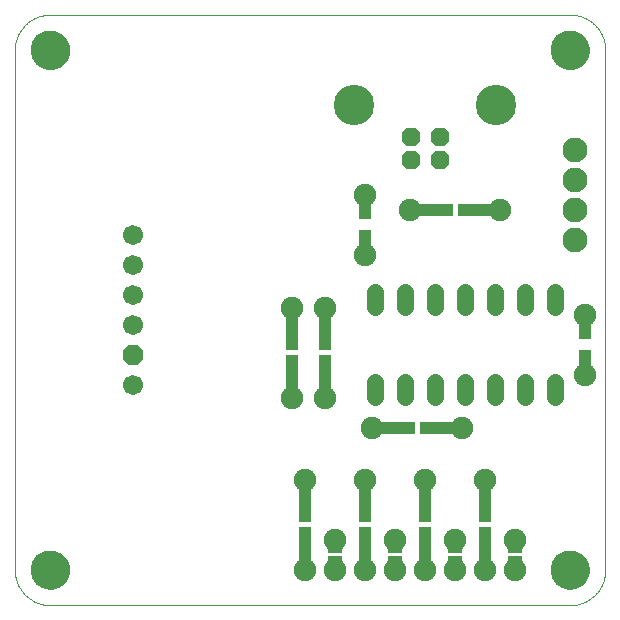
<source format=gts>
G75*
%MOIN*%
%OFA0B0*%
%FSLAX25Y25*%
%IPPOS*%
%LPD*%
%AMOC8*
5,1,8,0,0,1.08239X$1,22.5*
%
%ADD10C,0.00000*%
%ADD11C,0.12998*%
%ADD12R,0.04337X0.10636*%
%ADD13C,0.07487*%
%ADD14C,0.05600*%
%ADD15R,0.12998X0.04337*%
%ADD16OC8,0.06140*%
%ADD17C,0.13455*%
%ADD18R,0.04337X0.12998*%
%ADD19R,0.05124X0.03550*%
%ADD20C,0.08274*%
%ADD21C,0.06699*%
%ADD22OC8,0.06699*%
D10*
X0005724Y0017535D02*
X0005724Y0190764D01*
X0011236Y0190764D02*
X0011238Y0190922D01*
X0011244Y0191080D01*
X0011254Y0191238D01*
X0011268Y0191396D01*
X0011286Y0191553D01*
X0011307Y0191710D01*
X0011333Y0191866D01*
X0011363Y0192022D01*
X0011396Y0192177D01*
X0011434Y0192330D01*
X0011475Y0192483D01*
X0011520Y0192635D01*
X0011569Y0192786D01*
X0011622Y0192935D01*
X0011678Y0193083D01*
X0011738Y0193229D01*
X0011802Y0193374D01*
X0011870Y0193517D01*
X0011941Y0193659D01*
X0012015Y0193799D01*
X0012093Y0193936D01*
X0012175Y0194072D01*
X0012259Y0194206D01*
X0012348Y0194337D01*
X0012439Y0194466D01*
X0012534Y0194593D01*
X0012631Y0194718D01*
X0012732Y0194840D01*
X0012836Y0194959D01*
X0012943Y0195076D01*
X0013053Y0195190D01*
X0013166Y0195301D01*
X0013281Y0195410D01*
X0013399Y0195515D01*
X0013520Y0195617D01*
X0013643Y0195717D01*
X0013769Y0195813D01*
X0013897Y0195906D01*
X0014027Y0195996D01*
X0014160Y0196082D01*
X0014295Y0196166D01*
X0014431Y0196245D01*
X0014570Y0196322D01*
X0014711Y0196394D01*
X0014853Y0196464D01*
X0014997Y0196529D01*
X0015143Y0196591D01*
X0015290Y0196649D01*
X0015439Y0196704D01*
X0015589Y0196755D01*
X0015740Y0196802D01*
X0015892Y0196845D01*
X0016045Y0196884D01*
X0016200Y0196920D01*
X0016355Y0196951D01*
X0016511Y0196979D01*
X0016667Y0197003D01*
X0016824Y0197023D01*
X0016982Y0197039D01*
X0017139Y0197051D01*
X0017298Y0197059D01*
X0017456Y0197063D01*
X0017614Y0197063D01*
X0017772Y0197059D01*
X0017931Y0197051D01*
X0018088Y0197039D01*
X0018246Y0197023D01*
X0018403Y0197003D01*
X0018559Y0196979D01*
X0018715Y0196951D01*
X0018870Y0196920D01*
X0019025Y0196884D01*
X0019178Y0196845D01*
X0019330Y0196802D01*
X0019481Y0196755D01*
X0019631Y0196704D01*
X0019780Y0196649D01*
X0019927Y0196591D01*
X0020073Y0196529D01*
X0020217Y0196464D01*
X0020359Y0196394D01*
X0020500Y0196322D01*
X0020639Y0196245D01*
X0020775Y0196166D01*
X0020910Y0196082D01*
X0021043Y0195996D01*
X0021173Y0195906D01*
X0021301Y0195813D01*
X0021427Y0195717D01*
X0021550Y0195617D01*
X0021671Y0195515D01*
X0021789Y0195410D01*
X0021904Y0195301D01*
X0022017Y0195190D01*
X0022127Y0195076D01*
X0022234Y0194959D01*
X0022338Y0194840D01*
X0022439Y0194718D01*
X0022536Y0194593D01*
X0022631Y0194466D01*
X0022722Y0194337D01*
X0022811Y0194206D01*
X0022895Y0194072D01*
X0022977Y0193936D01*
X0023055Y0193799D01*
X0023129Y0193659D01*
X0023200Y0193517D01*
X0023268Y0193374D01*
X0023332Y0193229D01*
X0023392Y0193083D01*
X0023448Y0192935D01*
X0023501Y0192786D01*
X0023550Y0192635D01*
X0023595Y0192483D01*
X0023636Y0192330D01*
X0023674Y0192177D01*
X0023707Y0192022D01*
X0023737Y0191866D01*
X0023763Y0191710D01*
X0023784Y0191553D01*
X0023802Y0191396D01*
X0023816Y0191238D01*
X0023826Y0191080D01*
X0023832Y0190922D01*
X0023834Y0190764D01*
X0023832Y0190606D01*
X0023826Y0190448D01*
X0023816Y0190290D01*
X0023802Y0190132D01*
X0023784Y0189975D01*
X0023763Y0189818D01*
X0023737Y0189662D01*
X0023707Y0189506D01*
X0023674Y0189351D01*
X0023636Y0189198D01*
X0023595Y0189045D01*
X0023550Y0188893D01*
X0023501Y0188742D01*
X0023448Y0188593D01*
X0023392Y0188445D01*
X0023332Y0188299D01*
X0023268Y0188154D01*
X0023200Y0188011D01*
X0023129Y0187869D01*
X0023055Y0187729D01*
X0022977Y0187592D01*
X0022895Y0187456D01*
X0022811Y0187322D01*
X0022722Y0187191D01*
X0022631Y0187062D01*
X0022536Y0186935D01*
X0022439Y0186810D01*
X0022338Y0186688D01*
X0022234Y0186569D01*
X0022127Y0186452D01*
X0022017Y0186338D01*
X0021904Y0186227D01*
X0021789Y0186118D01*
X0021671Y0186013D01*
X0021550Y0185911D01*
X0021427Y0185811D01*
X0021301Y0185715D01*
X0021173Y0185622D01*
X0021043Y0185532D01*
X0020910Y0185446D01*
X0020775Y0185362D01*
X0020639Y0185283D01*
X0020500Y0185206D01*
X0020359Y0185134D01*
X0020217Y0185064D01*
X0020073Y0184999D01*
X0019927Y0184937D01*
X0019780Y0184879D01*
X0019631Y0184824D01*
X0019481Y0184773D01*
X0019330Y0184726D01*
X0019178Y0184683D01*
X0019025Y0184644D01*
X0018870Y0184608D01*
X0018715Y0184577D01*
X0018559Y0184549D01*
X0018403Y0184525D01*
X0018246Y0184505D01*
X0018088Y0184489D01*
X0017931Y0184477D01*
X0017772Y0184469D01*
X0017614Y0184465D01*
X0017456Y0184465D01*
X0017298Y0184469D01*
X0017139Y0184477D01*
X0016982Y0184489D01*
X0016824Y0184505D01*
X0016667Y0184525D01*
X0016511Y0184549D01*
X0016355Y0184577D01*
X0016200Y0184608D01*
X0016045Y0184644D01*
X0015892Y0184683D01*
X0015740Y0184726D01*
X0015589Y0184773D01*
X0015439Y0184824D01*
X0015290Y0184879D01*
X0015143Y0184937D01*
X0014997Y0184999D01*
X0014853Y0185064D01*
X0014711Y0185134D01*
X0014570Y0185206D01*
X0014431Y0185283D01*
X0014295Y0185362D01*
X0014160Y0185446D01*
X0014027Y0185532D01*
X0013897Y0185622D01*
X0013769Y0185715D01*
X0013643Y0185811D01*
X0013520Y0185911D01*
X0013399Y0186013D01*
X0013281Y0186118D01*
X0013166Y0186227D01*
X0013053Y0186338D01*
X0012943Y0186452D01*
X0012836Y0186569D01*
X0012732Y0186688D01*
X0012631Y0186810D01*
X0012534Y0186935D01*
X0012439Y0187062D01*
X0012348Y0187191D01*
X0012259Y0187322D01*
X0012175Y0187456D01*
X0012093Y0187592D01*
X0012015Y0187729D01*
X0011941Y0187869D01*
X0011870Y0188011D01*
X0011802Y0188154D01*
X0011738Y0188299D01*
X0011678Y0188445D01*
X0011622Y0188593D01*
X0011569Y0188742D01*
X0011520Y0188893D01*
X0011475Y0189045D01*
X0011434Y0189198D01*
X0011396Y0189351D01*
X0011363Y0189506D01*
X0011333Y0189662D01*
X0011307Y0189818D01*
X0011286Y0189975D01*
X0011268Y0190132D01*
X0011254Y0190290D01*
X0011244Y0190448D01*
X0011238Y0190606D01*
X0011236Y0190764D01*
X0005724Y0190764D02*
X0005727Y0191049D01*
X0005738Y0191335D01*
X0005755Y0191620D01*
X0005779Y0191904D01*
X0005810Y0192188D01*
X0005848Y0192471D01*
X0005893Y0192752D01*
X0005944Y0193033D01*
X0006002Y0193313D01*
X0006067Y0193591D01*
X0006139Y0193867D01*
X0006217Y0194141D01*
X0006302Y0194414D01*
X0006394Y0194684D01*
X0006492Y0194952D01*
X0006596Y0195218D01*
X0006707Y0195481D01*
X0006824Y0195741D01*
X0006947Y0195999D01*
X0007077Y0196253D01*
X0007213Y0196504D01*
X0007354Y0196752D01*
X0007502Y0196996D01*
X0007655Y0197237D01*
X0007815Y0197473D01*
X0007980Y0197706D01*
X0008150Y0197935D01*
X0008326Y0198160D01*
X0008508Y0198380D01*
X0008694Y0198596D01*
X0008886Y0198807D01*
X0009083Y0199014D01*
X0009285Y0199216D01*
X0009492Y0199413D01*
X0009703Y0199605D01*
X0009919Y0199791D01*
X0010139Y0199973D01*
X0010364Y0200149D01*
X0010593Y0200319D01*
X0010826Y0200484D01*
X0011062Y0200644D01*
X0011303Y0200797D01*
X0011547Y0200945D01*
X0011795Y0201086D01*
X0012046Y0201222D01*
X0012300Y0201352D01*
X0012558Y0201475D01*
X0012818Y0201592D01*
X0013081Y0201703D01*
X0013347Y0201807D01*
X0013615Y0201905D01*
X0013885Y0201997D01*
X0014158Y0202082D01*
X0014432Y0202160D01*
X0014708Y0202232D01*
X0014986Y0202297D01*
X0015266Y0202355D01*
X0015547Y0202406D01*
X0015828Y0202451D01*
X0016111Y0202489D01*
X0016395Y0202520D01*
X0016679Y0202544D01*
X0016964Y0202561D01*
X0017250Y0202572D01*
X0017535Y0202575D01*
X0190764Y0202575D01*
X0184465Y0190764D02*
X0184467Y0190922D01*
X0184473Y0191080D01*
X0184483Y0191238D01*
X0184497Y0191396D01*
X0184515Y0191553D01*
X0184536Y0191710D01*
X0184562Y0191866D01*
X0184592Y0192022D01*
X0184625Y0192177D01*
X0184663Y0192330D01*
X0184704Y0192483D01*
X0184749Y0192635D01*
X0184798Y0192786D01*
X0184851Y0192935D01*
X0184907Y0193083D01*
X0184967Y0193229D01*
X0185031Y0193374D01*
X0185099Y0193517D01*
X0185170Y0193659D01*
X0185244Y0193799D01*
X0185322Y0193936D01*
X0185404Y0194072D01*
X0185488Y0194206D01*
X0185577Y0194337D01*
X0185668Y0194466D01*
X0185763Y0194593D01*
X0185860Y0194718D01*
X0185961Y0194840D01*
X0186065Y0194959D01*
X0186172Y0195076D01*
X0186282Y0195190D01*
X0186395Y0195301D01*
X0186510Y0195410D01*
X0186628Y0195515D01*
X0186749Y0195617D01*
X0186872Y0195717D01*
X0186998Y0195813D01*
X0187126Y0195906D01*
X0187256Y0195996D01*
X0187389Y0196082D01*
X0187524Y0196166D01*
X0187660Y0196245D01*
X0187799Y0196322D01*
X0187940Y0196394D01*
X0188082Y0196464D01*
X0188226Y0196529D01*
X0188372Y0196591D01*
X0188519Y0196649D01*
X0188668Y0196704D01*
X0188818Y0196755D01*
X0188969Y0196802D01*
X0189121Y0196845D01*
X0189274Y0196884D01*
X0189429Y0196920D01*
X0189584Y0196951D01*
X0189740Y0196979D01*
X0189896Y0197003D01*
X0190053Y0197023D01*
X0190211Y0197039D01*
X0190368Y0197051D01*
X0190527Y0197059D01*
X0190685Y0197063D01*
X0190843Y0197063D01*
X0191001Y0197059D01*
X0191160Y0197051D01*
X0191317Y0197039D01*
X0191475Y0197023D01*
X0191632Y0197003D01*
X0191788Y0196979D01*
X0191944Y0196951D01*
X0192099Y0196920D01*
X0192254Y0196884D01*
X0192407Y0196845D01*
X0192559Y0196802D01*
X0192710Y0196755D01*
X0192860Y0196704D01*
X0193009Y0196649D01*
X0193156Y0196591D01*
X0193302Y0196529D01*
X0193446Y0196464D01*
X0193588Y0196394D01*
X0193729Y0196322D01*
X0193868Y0196245D01*
X0194004Y0196166D01*
X0194139Y0196082D01*
X0194272Y0195996D01*
X0194402Y0195906D01*
X0194530Y0195813D01*
X0194656Y0195717D01*
X0194779Y0195617D01*
X0194900Y0195515D01*
X0195018Y0195410D01*
X0195133Y0195301D01*
X0195246Y0195190D01*
X0195356Y0195076D01*
X0195463Y0194959D01*
X0195567Y0194840D01*
X0195668Y0194718D01*
X0195765Y0194593D01*
X0195860Y0194466D01*
X0195951Y0194337D01*
X0196040Y0194206D01*
X0196124Y0194072D01*
X0196206Y0193936D01*
X0196284Y0193799D01*
X0196358Y0193659D01*
X0196429Y0193517D01*
X0196497Y0193374D01*
X0196561Y0193229D01*
X0196621Y0193083D01*
X0196677Y0192935D01*
X0196730Y0192786D01*
X0196779Y0192635D01*
X0196824Y0192483D01*
X0196865Y0192330D01*
X0196903Y0192177D01*
X0196936Y0192022D01*
X0196966Y0191866D01*
X0196992Y0191710D01*
X0197013Y0191553D01*
X0197031Y0191396D01*
X0197045Y0191238D01*
X0197055Y0191080D01*
X0197061Y0190922D01*
X0197063Y0190764D01*
X0197061Y0190606D01*
X0197055Y0190448D01*
X0197045Y0190290D01*
X0197031Y0190132D01*
X0197013Y0189975D01*
X0196992Y0189818D01*
X0196966Y0189662D01*
X0196936Y0189506D01*
X0196903Y0189351D01*
X0196865Y0189198D01*
X0196824Y0189045D01*
X0196779Y0188893D01*
X0196730Y0188742D01*
X0196677Y0188593D01*
X0196621Y0188445D01*
X0196561Y0188299D01*
X0196497Y0188154D01*
X0196429Y0188011D01*
X0196358Y0187869D01*
X0196284Y0187729D01*
X0196206Y0187592D01*
X0196124Y0187456D01*
X0196040Y0187322D01*
X0195951Y0187191D01*
X0195860Y0187062D01*
X0195765Y0186935D01*
X0195668Y0186810D01*
X0195567Y0186688D01*
X0195463Y0186569D01*
X0195356Y0186452D01*
X0195246Y0186338D01*
X0195133Y0186227D01*
X0195018Y0186118D01*
X0194900Y0186013D01*
X0194779Y0185911D01*
X0194656Y0185811D01*
X0194530Y0185715D01*
X0194402Y0185622D01*
X0194272Y0185532D01*
X0194139Y0185446D01*
X0194004Y0185362D01*
X0193868Y0185283D01*
X0193729Y0185206D01*
X0193588Y0185134D01*
X0193446Y0185064D01*
X0193302Y0184999D01*
X0193156Y0184937D01*
X0193009Y0184879D01*
X0192860Y0184824D01*
X0192710Y0184773D01*
X0192559Y0184726D01*
X0192407Y0184683D01*
X0192254Y0184644D01*
X0192099Y0184608D01*
X0191944Y0184577D01*
X0191788Y0184549D01*
X0191632Y0184525D01*
X0191475Y0184505D01*
X0191317Y0184489D01*
X0191160Y0184477D01*
X0191001Y0184469D01*
X0190843Y0184465D01*
X0190685Y0184465D01*
X0190527Y0184469D01*
X0190368Y0184477D01*
X0190211Y0184489D01*
X0190053Y0184505D01*
X0189896Y0184525D01*
X0189740Y0184549D01*
X0189584Y0184577D01*
X0189429Y0184608D01*
X0189274Y0184644D01*
X0189121Y0184683D01*
X0188969Y0184726D01*
X0188818Y0184773D01*
X0188668Y0184824D01*
X0188519Y0184879D01*
X0188372Y0184937D01*
X0188226Y0184999D01*
X0188082Y0185064D01*
X0187940Y0185134D01*
X0187799Y0185206D01*
X0187660Y0185283D01*
X0187524Y0185362D01*
X0187389Y0185446D01*
X0187256Y0185532D01*
X0187126Y0185622D01*
X0186998Y0185715D01*
X0186872Y0185811D01*
X0186749Y0185911D01*
X0186628Y0186013D01*
X0186510Y0186118D01*
X0186395Y0186227D01*
X0186282Y0186338D01*
X0186172Y0186452D01*
X0186065Y0186569D01*
X0185961Y0186688D01*
X0185860Y0186810D01*
X0185763Y0186935D01*
X0185668Y0187062D01*
X0185577Y0187191D01*
X0185488Y0187322D01*
X0185404Y0187456D01*
X0185322Y0187592D01*
X0185244Y0187729D01*
X0185170Y0187869D01*
X0185099Y0188011D01*
X0185031Y0188154D01*
X0184967Y0188299D01*
X0184907Y0188445D01*
X0184851Y0188593D01*
X0184798Y0188742D01*
X0184749Y0188893D01*
X0184704Y0189045D01*
X0184663Y0189198D01*
X0184625Y0189351D01*
X0184592Y0189506D01*
X0184562Y0189662D01*
X0184536Y0189818D01*
X0184515Y0189975D01*
X0184497Y0190132D01*
X0184483Y0190290D01*
X0184473Y0190448D01*
X0184467Y0190606D01*
X0184465Y0190764D01*
X0190764Y0202575D02*
X0191049Y0202572D01*
X0191335Y0202561D01*
X0191620Y0202544D01*
X0191904Y0202520D01*
X0192188Y0202489D01*
X0192471Y0202451D01*
X0192752Y0202406D01*
X0193033Y0202355D01*
X0193313Y0202297D01*
X0193591Y0202232D01*
X0193867Y0202160D01*
X0194141Y0202082D01*
X0194414Y0201997D01*
X0194684Y0201905D01*
X0194952Y0201807D01*
X0195218Y0201703D01*
X0195481Y0201592D01*
X0195741Y0201475D01*
X0195999Y0201352D01*
X0196253Y0201222D01*
X0196504Y0201086D01*
X0196752Y0200945D01*
X0196996Y0200797D01*
X0197237Y0200644D01*
X0197473Y0200484D01*
X0197706Y0200319D01*
X0197935Y0200149D01*
X0198160Y0199973D01*
X0198380Y0199791D01*
X0198596Y0199605D01*
X0198807Y0199413D01*
X0199014Y0199216D01*
X0199216Y0199014D01*
X0199413Y0198807D01*
X0199605Y0198596D01*
X0199791Y0198380D01*
X0199973Y0198160D01*
X0200149Y0197935D01*
X0200319Y0197706D01*
X0200484Y0197473D01*
X0200644Y0197237D01*
X0200797Y0196996D01*
X0200945Y0196752D01*
X0201086Y0196504D01*
X0201222Y0196253D01*
X0201352Y0195999D01*
X0201475Y0195741D01*
X0201592Y0195481D01*
X0201703Y0195218D01*
X0201807Y0194952D01*
X0201905Y0194684D01*
X0201997Y0194414D01*
X0202082Y0194141D01*
X0202160Y0193867D01*
X0202232Y0193591D01*
X0202297Y0193313D01*
X0202355Y0193033D01*
X0202406Y0192752D01*
X0202451Y0192471D01*
X0202489Y0192188D01*
X0202520Y0191904D01*
X0202544Y0191620D01*
X0202561Y0191335D01*
X0202572Y0191049D01*
X0202575Y0190764D01*
X0202575Y0017535D01*
X0184465Y0017535D02*
X0184467Y0017693D01*
X0184473Y0017851D01*
X0184483Y0018009D01*
X0184497Y0018167D01*
X0184515Y0018324D01*
X0184536Y0018481D01*
X0184562Y0018637D01*
X0184592Y0018793D01*
X0184625Y0018948D01*
X0184663Y0019101D01*
X0184704Y0019254D01*
X0184749Y0019406D01*
X0184798Y0019557D01*
X0184851Y0019706D01*
X0184907Y0019854D01*
X0184967Y0020000D01*
X0185031Y0020145D01*
X0185099Y0020288D01*
X0185170Y0020430D01*
X0185244Y0020570D01*
X0185322Y0020707D01*
X0185404Y0020843D01*
X0185488Y0020977D01*
X0185577Y0021108D01*
X0185668Y0021237D01*
X0185763Y0021364D01*
X0185860Y0021489D01*
X0185961Y0021611D01*
X0186065Y0021730D01*
X0186172Y0021847D01*
X0186282Y0021961D01*
X0186395Y0022072D01*
X0186510Y0022181D01*
X0186628Y0022286D01*
X0186749Y0022388D01*
X0186872Y0022488D01*
X0186998Y0022584D01*
X0187126Y0022677D01*
X0187256Y0022767D01*
X0187389Y0022853D01*
X0187524Y0022937D01*
X0187660Y0023016D01*
X0187799Y0023093D01*
X0187940Y0023165D01*
X0188082Y0023235D01*
X0188226Y0023300D01*
X0188372Y0023362D01*
X0188519Y0023420D01*
X0188668Y0023475D01*
X0188818Y0023526D01*
X0188969Y0023573D01*
X0189121Y0023616D01*
X0189274Y0023655D01*
X0189429Y0023691D01*
X0189584Y0023722D01*
X0189740Y0023750D01*
X0189896Y0023774D01*
X0190053Y0023794D01*
X0190211Y0023810D01*
X0190368Y0023822D01*
X0190527Y0023830D01*
X0190685Y0023834D01*
X0190843Y0023834D01*
X0191001Y0023830D01*
X0191160Y0023822D01*
X0191317Y0023810D01*
X0191475Y0023794D01*
X0191632Y0023774D01*
X0191788Y0023750D01*
X0191944Y0023722D01*
X0192099Y0023691D01*
X0192254Y0023655D01*
X0192407Y0023616D01*
X0192559Y0023573D01*
X0192710Y0023526D01*
X0192860Y0023475D01*
X0193009Y0023420D01*
X0193156Y0023362D01*
X0193302Y0023300D01*
X0193446Y0023235D01*
X0193588Y0023165D01*
X0193729Y0023093D01*
X0193868Y0023016D01*
X0194004Y0022937D01*
X0194139Y0022853D01*
X0194272Y0022767D01*
X0194402Y0022677D01*
X0194530Y0022584D01*
X0194656Y0022488D01*
X0194779Y0022388D01*
X0194900Y0022286D01*
X0195018Y0022181D01*
X0195133Y0022072D01*
X0195246Y0021961D01*
X0195356Y0021847D01*
X0195463Y0021730D01*
X0195567Y0021611D01*
X0195668Y0021489D01*
X0195765Y0021364D01*
X0195860Y0021237D01*
X0195951Y0021108D01*
X0196040Y0020977D01*
X0196124Y0020843D01*
X0196206Y0020707D01*
X0196284Y0020570D01*
X0196358Y0020430D01*
X0196429Y0020288D01*
X0196497Y0020145D01*
X0196561Y0020000D01*
X0196621Y0019854D01*
X0196677Y0019706D01*
X0196730Y0019557D01*
X0196779Y0019406D01*
X0196824Y0019254D01*
X0196865Y0019101D01*
X0196903Y0018948D01*
X0196936Y0018793D01*
X0196966Y0018637D01*
X0196992Y0018481D01*
X0197013Y0018324D01*
X0197031Y0018167D01*
X0197045Y0018009D01*
X0197055Y0017851D01*
X0197061Y0017693D01*
X0197063Y0017535D01*
X0197061Y0017377D01*
X0197055Y0017219D01*
X0197045Y0017061D01*
X0197031Y0016903D01*
X0197013Y0016746D01*
X0196992Y0016589D01*
X0196966Y0016433D01*
X0196936Y0016277D01*
X0196903Y0016122D01*
X0196865Y0015969D01*
X0196824Y0015816D01*
X0196779Y0015664D01*
X0196730Y0015513D01*
X0196677Y0015364D01*
X0196621Y0015216D01*
X0196561Y0015070D01*
X0196497Y0014925D01*
X0196429Y0014782D01*
X0196358Y0014640D01*
X0196284Y0014500D01*
X0196206Y0014363D01*
X0196124Y0014227D01*
X0196040Y0014093D01*
X0195951Y0013962D01*
X0195860Y0013833D01*
X0195765Y0013706D01*
X0195668Y0013581D01*
X0195567Y0013459D01*
X0195463Y0013340D01*
X0195356Y0013223D01*
X0195246Y0013109D01*
X0195133Y0012998D01*
X0195018Y0012889D01*
X0194900Y0012784D01*
X0194779Y0012682D01*
X0194656Y0012582D01*
X0194530Y0012486D01*
X0194402Y0012393D01*
X0194272Y0012303D01*
X0194139Y0012217D01*
X0194004Y0012133D01*
X0193868Y0012054D01*
X0193729Y0011977D01*
X0193588Y0011905D01*
X0193446Y0011835D01*
X0193302Y0011770D01*
X0193156Y0011708D01*
X0193009Y0011650D01*
X0192860Y0011595D01*
X0192710Y0011544D01*
X0192559Y0011497D01*
X0192407Y0011454D01*
X0192254Y0011415D01*
X0192099Y0011379D01*
X0191944Y0011348D01*
X0191788Y0011320D01*
X0191632Y0011296D01*
X0191475Y0011276D01*
X0191317Y0011260D01*
X0191160Y0011248D01*
X0191001Y0011240D01*
X0190843Y0011236D01*
X0190685Y0011236D01*
X0190527Y0011240D01*
X0190368Y0011248D01*
X0190211Y0011260D01*
X0190053Y0011276D01*
X0189896Y0011296D01*
X0189740Y0011320D01*
X0189584Y0011348D01*
X0189429Y0011379D01*
X0189274Y0011415D01*
X0189121Y0011454D01*
X0188969Y0011497D01*
X0188818Y0011544D01*
X0188668Y0011595D01*
X0188519Y0011650D01*
X0188372Y0011708D01*
X0188226Y0011770D01*
X0188082Y0011835D01*
X0187940Y0011905D01*
X0187799Y0011977D01*
X0187660Y0012054D01*
X0187524Y0012133D01*
X0187389Y0012217D01*
X0187256Y0012303D01*
X0187126Y0012393D01*
X0186998Y0012486D01*
X0186872Y0012582D01*
X0186749Y0012682D01*
X0186628Y0012784D01*
X0186510Y0012889D01*
X0186395Y0012998D01*
X0186282Y0013109D01*
X0186172Y0013223D01*
X0186065Y0013340D01*
X0185961Y0013459D01*
X0185860Y0013581D01*
X0185763Y0013706D01*
X0185668Y0013833D01*
X0185577Y0013962D01*
X0185488Y0014093D01*
X0185404Y0014227D01*
X0185322Y0014363D01*
X0185244Y0014500D01*
X0185170Y0014640D01*
X0185099Y0014782D01*
X0185031Y0014925D01*
X0184967Y0015070D01*
X0184907Y0015216D01*
X0184851Y0015364D01*
X0184798Y0015513D01*
X0184749Y0015664D01*
X0184704Y0015816D01*
X0184663Y0015969D01*
X0184625Y0016122D01*
X0184592Y0016277D01*
X0184562Y0016433D01*
X0184536Y0016589D01*
X0184515Y0016746D01*
X0184497Y0016903D01*
X0184483Y0017061D01*
X0184473Y0017219D01*
X0184467Y0017377D01*
X0184465Y0017535D01*
X0190764Y0005724D02*
X0191049Y0005727D01*
X0191335Y0005738D01*
X0191620Y0005755D01*
X0191904Y0005779D01*
X0192188Y0005810D01*
X0192471Y0005848D01*
X0192752Y0005893D01*
X0193033Y0005944D01*
X0193313Y0006002D01*
X0193591Y0006067D01*
X0193867Y0006139D01*
X0194141Y0006217D01*
X0194414Y0006302D01*
X0194684Y0006394D01*
X0194952Y0006492D01*
X0195218Y0006596D01*
X0195481Y0006707D01*
X0195741Y0006824D01*
X0195999Y0006947D01*
X0196253Y0007077D01*
X0196504Y0007213D01*
X0196752Y0007354D01*
X0196996Y0007502D01*
X0197237Y0007655D01*
X0197473Y0007815D01*
X0197706Y0007980D01*
X0197935Y0008150D01*
X0198160Y0008326D01*
X0198380Y0008508D01*
X0198596Y0008694D01*
X0198807Y0008886D01*
X0199014Y0009083D01*
X0199216Y0009285D01*
X0199413Y0009492D01*
X0199605Y0009703D01*
X0199791Y0009919D01*
X0199973Y0010139D01*
X0200149Y0010364D01*
X0200319Y0010593D01*
X0200484Y0010826D01*
X0200644Y0011062D01*
X0200797Y0011303D01*
X0200945Y0011547D01*
X0201086Y0011795D01*
X0201222Y0012046D01*
X0201352Y0012300D01*
X0201475Y0012558D01*
X0201592Y0012818D01*
X0201703Y0013081D01*
X0201807Y0013347D01*
X0201905Y0013615D01*
X0201997Y0013885D01*
X0202082Y0014158D01*
X0202160Y0014432D01*
X0202232Y0014708D01*
X0202297Y0014986D01*
X0202355Y0015266D01*
X0202406Y0015547D01*
X0202451Y0015828D01*
X0202489Y0016111D01*
X0202520Y0016395D01*
X0202544Y0016679D01*
X0202561Y0016964D01*
X0202572Y0017250D01*
X0202575Y0017535D01*
X0190764Y0005724D02*
X0017535Y0005724D01*
X0011236Y0017535D02*
X0011238Y0017693D01*
X0011244Y0017851D01*
X0011254Y0018009D01*
X0011268Y0018167D01*
X0011286Y0018324D01*
X0011307Y0018481D01*
X0011333Y0018637D01*
X0011363Y0018793D01*
X0011396Y0018948D01*
X0011434Y0019101D01*
X0011475Y0019254D01*
X0011520Y0019406D01*
X0011569Y0019557D01*
X0011622Y0019706D01*
X0011678Y0019854D01*
X0011738Y0020000D01*
X0011802Y0020145D01*
X0011870Y0020288D01*
X0011941Y0020430D01*
X0012015Y0020570D01*
X0012093Y0020707D01*
X0012175Y0020843D01*
X0012259Y0020977D01*
X0012348Y0021108D01*
X0012439Y0021237D01*
X0012534Y0021364D01*
X0012631Y0021489D01*
X0012732Y0021611D01*
X0012836Y0021730D01*
X0012943Y0021847D01*
X0013053Y0021961D01*
X0013166Y0022072D01*
X0013281Y0022181D01*
X0013399Y0022286D01*
X0013520Y0022388D01*
X0013643Y0022488D01*
X0013769Y0022584D01*
X0013897Y0022677D01*
X0014027Y0022767D01*
X0014160Y0022853D01*
X0014295Y0022937D01*
X0014431Y0023016D01*
X0014570Y0023093D01*
X0014711Y0023165D01*
X0014853Y0023235D01*
X0014997Y0023300D01*
X0015143Y0023362D01*
X0015290Y0023420D01*
X0015439Y0023475D01*
X0015589Y0023526D01*
X0015740Y0023573D01*
X0015892Y0023616D01*
X0016045Y0023655D01*
X0016200Y0023691D01*
X0016355Y0023722D01*
X0016511Y0023750D01*
X0016667Y0023774D01*
X0016824Y0023794D01*
X0016982Y0023810D01*
X0017139Y0023822D01*
X0017298Y0023830D01*
X0017456Y0023834D01*
X0017614Y0023834D01*
X0017772Y0023830D01*
X0017931Y0023822D01*
X0018088Y0023810D01*
X0018246Y0023794D01*
X0018403Y0023774D01*
X0018559Y0023750D01*
X0018715Y0023722D01*
X0018870Y0023691D01*
X0019025Y0023655D01*
X0019178Y0023616D01*
X0019330Y0023573D01*
X0019481Y0023526D01*
X0019631Y0023475D01*
X0019780Y0023420D01*
X0019927Y0023362D01*
X0020073Y0023300D01*
X0020217Y0023235D01*
X0020359Y0023165D01*
X0020500Y0023093D01*
X0020639Y0023016D01*
X0020775Y0022937D01*
X0020910Y0022853D01*
X0021043Y0022767D01*
X0021173Y0022677D01*
X0021301Y0022584D01*
X0021427Y0022488D01*
X0021550Y0022388D01*
X0021671Y0022286D01*
X0021789Y0022181D01*
X0021904Y0022072D01*
X0022017Y0021961D01*
X0022127Y0021847D01*
X0022234Y0021730D01*
X0022338Y0021611D01*
X0022439Y0021489D01*
X0022536Y0021364D01*
X0022631Y0021237D01*
X0022722Y0021108D01*
X0022811Y0020977D01*
X0022895Y0020843D01*
X0022977Y0020707D01*
X0023055Y0020570D01*
X0023129Y0020430D01*
X0023200Y0020288D01*
X0023268Y0020145D01*
X0023332Y0020000D01*
X0023392Y0019854D01*
X0023448Y0019706D01*
X0023501Y0019557D01*
X0023550Y0019406D01*
X0023595Y0019254D01*
X0023636Y0019101D01*
X0023674Y0018948D01*
X0023707Y0018793D01*
X0023737Y0018637D01*
X0023763Y0018481D01*
X0023784Y0018324D01*
X0023802Y0018167D01*
X0023816Y0018009D01*
X0023826Y0017851D01*
X0023832Y0017693D01*
X0023834Y0017535D01*
X0023832Y0017377D01*
X0023826Y0017219D01*
X0023816Y0017061D01*
X0023802Y0016903D01*
X0023784Y0016746D01*
X0023763Y0016589D01*
X0023737Y0016433D01*
X0023707Y0016277D01*
X0023674Y0016122D01*
X0023636Y0015969D01*
X0023595Y0015816D01*
X0023550Y0015664D01*
X0023501Y0015513D01*
X0023448Y0015364D01*
X0023392Y0015216D01*
X0023332Y0015070D01*
X0023268Y0014925D01*
X0023200Y0014782D01*
X0023129Y0014640D01*
X0023055Y0014500D01*
X0022977Y0014363D01*
X0022895Y0014227D01*
X0022811Y0014093D01*
X0022722Y0013962D01*
X0022631Y0013833D01*
X0022536Y0013706D01*
X0022439Y0013581D01*
X0022338Y0013459D01*
X0022234Y0013340D01*
X0022127Y0013223D01*
X0022017Y0013109D01*
X0021904Y0012998D01*
X0021789Y0012889D01*
X0021671Y0012784D01*
X0021550Y0012682D01*
X0021427Y0012582D01*
X0021301Y0012486D01*
X0021173Y0012393D01*
X0021043Y0012303D01*
X0020910Y0012217D01*
X0020775Y0012133D01*
X0020639Y0012054D01*
X0020500Y0011977D01*
X0020359Y0011905D01*
X0020217Y0011835D01*
X0020073Y0011770D01*
X0019927Y0011708D01*
X0019780Y0011650D01*
X0019631Y0011595D01*
X0019481Y0011544D01*
X0019330Y0011497D01*
X0019178Y0011454D01*
X0019025Y0011415D01*
X0018870Y0011379D01*
X0018715Y0011348D01*
X0018559Y0011320D01*
X0018403Y0011296D01*
X0018246Y0011276D01*
X0018088Y0011260D01*
X0017931Y0011248D01*
X0017772Y0011240D01*
X0017614Y0011236D01*
X0017456Y0011236D01*
X0017298Y0011240D01*
X0017139Y0011248D01*
X0016982Y0011260D01*
X0016824Y0011276D01*
X0016667Y0011296D01*
X0016511Y0011320D01*
X0016355Y0011348D01*
X0016200Y0011379D01*
X0016045Y0011415D01*
X0015892Y0011454D01*
X0015740Y0011497D01*
X0015589Y0011544D01*
X0015439Y0011595D01*
X0015290Y0011650D01*
X0015143Y0011708D01*
X0014997Y0011770D01*
X0014853Y0011835D01*
X0014711Y0011905D01*
X0014570Y0011977D01*
X0014431Y0012054D01*
X0014295Y0012133D01*
X0014160Y0012217D01*
X0014027Y0012303D01*
X0013897Y0012393D01*
X0013769Y0012486D01*
X0013643Y0012582D01*
X0013520Y0012682D01*
X0013399Y0012784D01*
X0013281Y0012889D01*
X0013166Y0012998D01*
X0013053Y0013109D01*
X0012943Y0013223D01*
X0012836Y0013340D01*
X0012732Y0013459D01*
X0012631Y0013581D01*
X0012534Y0013706D01*
X0012439Y0013833D01*
X0012348Y0013962D01*
X0012259Y0014093D01*
X0012175Y0014227D01*
X0012093Y0014363D01*
X0012015Y0014500D01*
X0011941Y0014640D01*
X0011870Y0014782D01*
X0011802Y0014925D01*
X0011738Y0015070D01*
X0011678Y0015216D01*
X0011622Y0015364D01*
X0011569Y0015513D01*
X0011520Y0015664D01*
X0011475Y0015816D01*
X0011434Y0015969D01*
X0011396Y0016122D01*
X0011363Y0016277D01*
X0011333Y0016433D01*
X0011307Y0016589D01*
X0011286Y0016746D01*
X0011268Y0016903D01*
X0011254Y0017061D01*
X0011244Y0017219D01*
X0011238Y0017377D01*
X0011236Y0017535D01*
X0005724Y0017535D02*
X0005727Y0017250D01*
X0005738Y0016964D01*
X0005755Y0016679D01*
X0005779Y0016395D01*
X0005810Y0016111D01*
X0005848Y0015828D01*
X0005893Y0015547D01*
X0005944Y0015266D01*
X0006002Y0014986D01*
X0006067Y0014708D01*
X0006139Y0014432D01*
X0006217Y0014158D01*
X0006302Y0013885D01*
X0006394Y0013615D01*
X0006492Y0013347D01*
X0006596Y0013081D01*
X0006707Y0012818D01*
X0006824Y0012558D01*
X0006947Y0012300D01*
X0007077Y0012046D01*
X0007213Y0011795D01*
X0007354Y0011547D01*
X0007502Y0011303D01*
X0007655Y0011062D01*
X0007815Y0010826D01*
X0007980Y0010593D01*
X0008150Y0010364D01*
X0008326Y0010139D01*
X0008508Y0009919D01*
X0008694Y0009703D01*
X0008886Y0009492D01*
X0009083Y0009285D01*
X0009285Y0009083D01*
X0009492Y0008886D01*
X0009703Y0008694D01*
X0009919Y0008508D01*
X0010139Y0008326D01*
X0010364Y0008150D01*
X0010593Y0007980D01*
X0010826Y0007815D01*
X0011062Y0007655D01*
X0011303Y0007502D01*
X0011547Y0007354D01*
X0011795Y0007213D01*
X0012046Y0007077D01*
X0012300Y0006947D01*
X0012558Y0006824D01*
X0012818Y0006707D01*
X0013081Y0006596D01*
X0013347Y0006492D01*
X0013615Y0006394D01*
X0013885Y0006302D01*
X0014158Y0006217D01*
X0014432Y0006139D01*
X0014708Y0006067D01*
X0014986Y0006002D01*
X0015266Y0005944D01*
X0015547Y0005893D01*
X0015828Y0005848D01*
X0016111Y0005810D01*
X0016395Y0005779D01*
X0016679Y0005755D01*
X0016964Y0005738D01*
X0017250Y0005727D01*
X0017535Y0005724D01*
D11*
X0017535Y0017535D03*
X0017535Y0190764D03*
X0190764Y0190764D03*
X0190764Y0017535D03*
D12*
X0195724Y0085488D03*
X0195724Y0099661D03*
X0122575Y0125488D03*
X0122575Y0139661D03*
D13*
X0122575Y0142575D03*
X0137575Y0137575D03*
X0122575Y0122575D03*
X0109012Y0104937D03*
X0098224Y0104937D03*
X0098224Y0074937D03*
X0109012Y0074937D03*
X0124937Y0064937D03*
X0122575Y0047575D03*
X0142575Y0047575D03*
X0154937Y0064937D03*
X0162575Y0047575D03*
X0172575Y0027575D03*
X0172575Y0017575D03*
X0162575Y0017575D03*
X0152575Y0017575D03*
X0152575Y0027575D03*
X0142575Y0017575D03*
X0132575Y0017575D03*
X0132575Y0027575D03*
X0122575Y0017575D03*
X0112575Y0017575D03*
X0112575Y0027575D03*
X0102575Y0017575D03*
X0102575Y0047575D03*
X0167575Y0137575D03*
X0195724Y0102575D03*
X0195724Y0082575D03*
D14*
X0185724Y0080175D02*
X0185724Y0074975D01*
X0175724Y0074975D02*
X0175724Y0080175D01*
X0165724Y0080175D02*
X0165724Y0074975D01*
X0155724Y0074975D02*
X0155724Y0080175D01*
X0145724Y0080175D02*
X0145724Y0074975D01*
X0135724Y0074975D02*
X0135724Y0080175D01*
X0125724Y0080175D02*
X0125724Y0074975D01*
X0125724Y0104975D02*
X0125724Y0110175D01*
X0135724Y0110175D02*
X0135724Y0104975D01*
X0145724Y0104975D02*
X0145724Y0110175D01*
X0155724Y0110175D02*
X0155724Y0104975D01*
X0165724Y0104975D02*
X0165724Y0110175D01*
X0175724Y0110175D02*
X0175724Y0104975D01*
X0185724Y0104975D02*
X0185724Y0110175D01*
D15*
X0159661Y0137575D03*
X0145488Y0137575D03*
X0147024Y0064937D03*
X0132850Y0064937D03*
D16*
X0137654Y0154031D03*
X0137654Y0161906D03*
X0147496Y0161906D03*
X0147496Y0154031D03*
D17*
X0166276Y0172575D03*
X0118874Y0172575D03*
D18*
X0109012Y0097024D03*
X0098224Y0097024D03*
X0098224Y0082850D03*
X0109012Y0082850D03*
X0102575Y0039661D03*
X0102575Y0025488D03*
X0122575Y0025488D03*
X0122575Y0039661D03*
X0142575Y0039661D03*
X0142575Y0025488D03*
X0162575Y0025488D03*
X0162575Y0039661D03*
D19*
X0172575Y0024661D03*
X0172575Y0020488D03*
X0152575Y0020488D03*
X0152575Y0024661D03*
X0132575Y0024661D03*
X0132575Y0020488D03*
X0112575Y0020488D03*
X0112575Y0024661D03*
D20*
X0192575Y0127575D03*
X0192575Y0137575D03*
X0192575Y0147575D03*
X0192575Y0157575D03*
D21*
X0045094Y0129150D03*
X0045094Y0119150D03*
X0045094Y0109150D03*
X0045094Y0099150D03*
X0045094Y0079150D03*
D22*
X0045094Y0089150D03*
M02*

</source>
